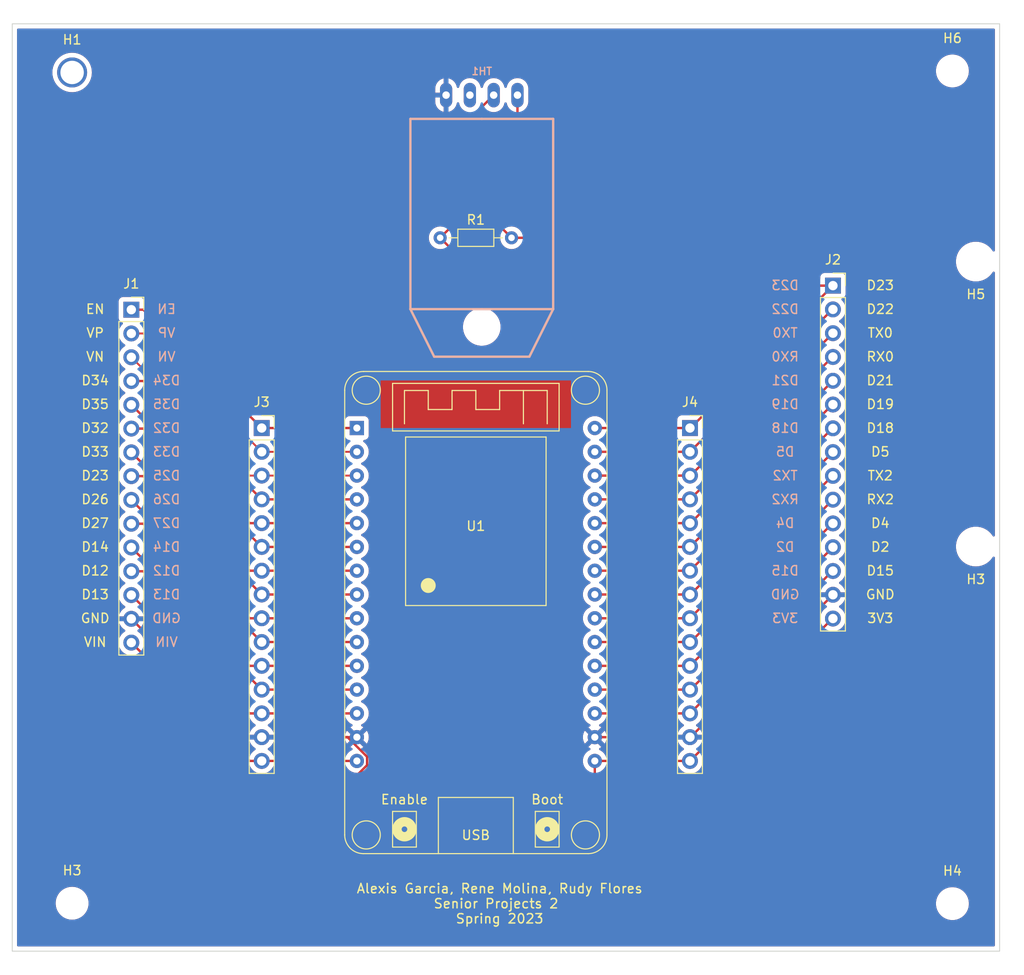
<source format=kicad_pcb>
(kicad_pcb (version 20211014) (generator pcbnew)
  (layers (0 "F.Cu" signal) (31 "B.Cu" signal) (34 "B.Paste" user) (35 "F.Paste" user) (36 "B.SilkS" user "B.Silkscreen") (37 "F.SilkS" user "F.Silkscreen") (38 "B.Mask" user) (39 "F.Mask" user) (44 "Edge.Cuts" user))
  (net 0 "")
  (net 1 "EN")
  (net 2 "VP")
  (net 3 "VN")
  (net 4 "D34")
  (net 5 "D35")
  (net 6 "D32")
  (net 7 "D33")
  (net 8 "D25")
  (net 9 "D26")
  (net 10 "D27")
  (net 11 "D14")
  (net 12 "D12")
  (net 13 "D13")
  (net 14 "GND")
  (net 15 "VIN")
  (net 16 "3V3")
  (net 17 "D15")
  (net 18 "D2")
  (net 19 "D4")
  (net 20 "RX2")
  (net 21 "TX2")
  (net 22 "D5")
  (net 23 "D18")
  (net 24 "D19")
  (net 25 "D21")
  (net 26 "RX0")
  (net 27 "TX0")
  (net 28 "D22")
  (net 29 "D23")
  (footprint "MountingHole:MountingHole_2.5mm" (layer "F.Cu") (at 149.9 96.48 180)
    (fp_text reference "H3" (at 0 -3.5) (layer "F.SilkS"))
    (fp_text value "MountingHole")
    (pad "" np_thru_hole circle (at 0 0 180) (size 3.23 3.23) (drill 3.23) (layers F&B.Cu *.Mask))
  )
  (footprint "Connector_PinSocket_2.54mm:PinSocket_1x15_P2.54mm_Vertical" (layer "F.Cu") (at 134.645 68.61)
    (fp_text reference "J2" (at 0 -2.77) (layer "F.SilkS"))
    (fp_text value "Screw_Terminal_01x15")
    (fp_line (start -1.33 1.27) (end 1.33 1.27) (layer "F.SilkS") (width 0.12))
    (fp_line (start -1.33 36.89) (end 1.33 36.89) (layer "F.SilkS") (width 0.12))
    (fp_line (start 1.33 1.27) (end 1.33 36.89) (layer "F.SilkS") (width 0.12))
    (fp_line (start -1.33 1.27) (end -1.33 36.89) (layer "F.SilkS") (width 0.12))
    (fp_line (start 0 -1.33) (end 1.33 -1.33) (layer "F.SilkS") (width 0.12))
    (fp_line (start 1.33 -1.33) (end 1.33 0) (layer "F.SilkS") (width 0.12))
    (pad "1" thru_hole rect (at 0 0) (size 1.7 1.7) (drill 1) (layers *.Cu *.Mask) (net 29 "D23"))
    (pad "2" thru_hole oval (at 0 2.54) (size 1.7 1.7) (drill 1) (layers *.Cu *.Mask) (net 28 "D22"))
    (pad "3" thru_hole oval (at 0 5.08) (size 1.7 1.7) (drill 1) (layers *.Cu *.Mask) (net 27 "TX0"))
    (pad "4" thru_hole oval (at 0 7.62) (size 1.7 1.7) (drill 1) (layers *.Cu *.Mask) (net 26 "RX0"))
    (pad "5" thru_hole oval (at 0 10.16) (size 1.7 1.7) (drill 1) (layers *.Cu *.Mask) (net 25 "D21"))
    (pad "6" thru_hole oval (at 0 12.7) (size 1.7 1.7) (drill 1) (layers *.Cu *.Mask) (net 24 "D19"))
    (pad "7" thru_hole oval (at 0 15.24) (size 1.7 1.7) (drill 1) (layers *.Cu *.Mask) (net 23 "D18"))
    (pad "8" thru_hole oval (at 0 17.78) (size 1.7 1.7) (drill 1) (layers *.Cu *.Mask) (net 22 "D5"))
    (pad "9" thru_hole oval (at 0 20.32) (size 1.7 1.7) (drill 1) (layers *.Cu *.Mask) (net 21 "TX2"))
    (pad "10" thru_hole oval (at 0 22.86) (size 1.7 1.7) (drill 1) (layers *.Cu *.Mask) (net 20 "RX2"))
    (pad "11" thru_hole oval (at 0 25.4) (size 1.7 1.7) (drill 1) (layers *.Cu *.Mask) (net 19 "D4"))
    (pad "12" thru_hole oval (at 0 27.94) (size 1.7 1.7) (drill 1) (layers *.Cu *.Mask) (net 18 "D2"))
    (pad "13" thru_hole oval (at 0 30.48) (size 1.7 1.7) (drill 1) (layers *.Cu *.Mask) (net 17 "D15"))
    (pad "14" thru_hole oval (at 0 33.02) (size 1.7 1.7) (drill 1) (layers *.Cu *.Mask) (net 14 "GND"))
    (pad "15" thru_hole oval (at 0 35.56) (size 1.7 1.7) (drill 1) (layers *.Cu *.Mask) (net 16 "3V3"))
  )
  (footprint "MountingHole:MountingHole_2.5mm" (layer "F.Cu") (at 147.4 45.68)
    (fp_text reference "H6" (at 0 -3.5) (layer "F.SilkS"))
    (fp_text value "MountingHole")
    (pad "" np_thru_hole circle (at 0 0) (size 2.5 2.5) (drill 2.5) (layers *.Cu *.Mask))
  )
  (footprint "MountingHole:MountingHole_2.5mm" (layer "F.Cu") (at 147.4 134.62)
    (fp_text reference "H4" (at 0 -3.5) (layer "F.SilkS"))
    (fp_text value "MountingHole")
    (pad "" np_thru_hole circle (at 0 0) (size 2.5 2.5) (drill 2.5) (layers *.Cu *.Mask))
  )
  (footprint "MountingHole:MountingHole_2.5mm" (layer "F.Cu") (at 53.42 134.58)
    (fp_text reference "H3" (at 0 -3.5) (layer "F.SilkS"))
    (fp_text value "MountingHole")
    (pad "" np_thru_hole circle (at 0 0) (size 2.5 2.5) (drill 2.5) (layers *.Cu *.Mask))
  )
  (footprint "Resistor_THT:R_Axial_DIN0204_L3.6mm_D1.6mm_P7.62mm_Horizontal" (layer "F.Cu") (at 92.71 63.5)
    (fp_text reference "R1" (at 3.81 -1.92) (layer "F.SilkS"))
    (fp_text value "5k")
    (fp_line (start 0.94 0) (end 1.89 0) (layer "F.SilkS") (width 0.12))
    (fp_line (start 1.89 0.92) (end 5.73 0.92) (layer "F.SilkS") (width 0.12))
    (fp_line (start 1.89 -0.92) (end 1.89 0.92) (layer "F.SilkS") (width 0.12))
    (fp_line (start 5.73 0.92) (end 5.73 -0.92) (layer "F.SilkS") (width 0.12))
    (fp_line (start 6.68 0) (end 5.73 0) (layer "F.SilkS") (width 0.12))
    (fp_line (start 5.73 -0.92) (end 1.89 -0.92) (layer "F.SilkS") (width 0.12))
    (pad "1" thru_hole circle (at 0 0) (size 1.4 1.4) (drill 0.7) (layers *.Cu *.Mask) (net 29 "D23"))
    (pad "2" thru_hole oval (at 7.62 0) (size 1.4 1.4) (drill 0.7) (layers *.Cu *.Mask) (net 16 "3V3"))
  )
  (footprint "MountingHole:MountingHole_2.5mm" (layer "F.Cu") (at 53.42 45.84)
    (fp_text reference "H1" (at 0 -3.5) (layer "F.SilkS"))
    (fp_text value "MountingHole")
    (pad "" np_thru_hole circle (at 0 0) (size 3.2 3.2) (drill 2.5) (layers F&B.Cu *.Mask))
  )
  (footprint "esp32_patreon:esp32_devkit_v1_doit" (layer "F.Cu") (at 96.52 83.82)
    (fp_text reference "U1" (at 0 10.47) (layer "F.SilkS"))
    (fp_text value "ESP32_DevKit_V1_DOIT")
    (fp_text user "Boot" (at 7.62 39.68) (layer "F.SilkS"))
    (fp_text user "Enable" (at -7.62 39.68) (layer "F.SilkS"))
    (fp_text user "USB" (at 0 43.49) (layer "F.SilkS"))
    (fp_line (start -8.89 40.95) (end -6.35 40.95) (layer "F.SilkS") (width 0.12))
    (fp_line (start -7.62 -4.008) (end -5.08 -4.008) (layer "F.SilkS") (width 0.12))
    (fp_line (start -8.89 44.76) (end -8.89 40.95) (layer "F.SilkS") (width 0.12))
    (fp_line (start 7.5 0.96) (end 7.5 18.96) (layer "F.SilkS") (width 0.12))
    (fp_line (start 7.62 -4.008) (end 7.62 -0.452) (layer "F.SilkS") (width 0.12))
    (fp_line (start -8.89 0.31) (end -8.89 -4.77) (layer "F.SilkS") (width 0.12))
    (fp_line (start -5.08 -1.976) (end -2.54 -1.976) (layer "F.SilkS") (width 0.12))
    (fp_line (start -4 39.46) (end -4 45.46) (layer "F.SilkS") (width 0.12))
    (fp_line (start 5.08 -4.008) (end 5.08 -0.452) (layer "F.SilkS") (width 0.12))
    (fp_line (start 0 -4.008) (end 0 -1.976) (layer "F.SilkS") (width 0.12))
    (fp_line (start -12 -6.04) (end 12 -6.04) (layer "F.SilkS") (width 0.12))
    (fp_line (start 6.35 44.76) (end 6.35 40.95) (layer "F.SilkS") (width 0.12))
    (fp_line (start -7.62 -0.452) (end -7.62 -4.008) (layer "F.SilkS") (width 0.12))
    (fp_line (start -12 45.46) (end 12 45.46) (layer "F.SilkS") (width 0.12))
    (fp_line (start -14 -4.04) (end -14 43.46) (layer "F.SilkS") (width 0.12))
    (fp_line (start 6.35 40.95) (end 8.89 40.95) (layer "F.SilkS") (width 0.12))
    (fp_line (start 14 43.46) (end 14 -4.04) (layer "F.SilkS") (width 0.12))
    (fp_line (start -2.54 -4.008) (end 0 -4.008) (layer "F.SilkS") (width 0.12))
    (fp_line (start 2.54 -4.008) (end 7.62 -4.008) (layer "F.SilkS") (width 0.12))
    (fp_line (start -5.08 -4.008) (end -5.08 -1.976) (layer "F.SilkS") (width 0.12))
    (fp_line (start -8.89 -4.77) (end 8.89 -4.77) (layer "F.SilkS") (width 0.12))
    (fp_line (start 0 -1.976) (end 2.54 -1.976) (layer "F.SilkS") (width 0.12))
    (fp_line (start 8.89 0.31) (end -8.89 0.31) (layer "F.SilkS") (width 0.12))
    (fp_line (start -6.35 44.76) (end -8.89 44.76) (layer "F.SilkS") (width 0.12))
    (fp_line (start -7.5 18.96) (end -7.5 0.96) (layer "F.SilkS") (width 0.12))
    (fp_line (start -6.35 40.95) (end -6.35 44.76) (layer "F.SilkS") (width 0.12))
    (fp_line (start 4 39.46) (end 4 45.46) (layer "F.SilkS") (width 0.12))
    (fp_line (start 7.5 18.96) (end -7.5 18.96) (layer "F.SilkS") (width 0.12))
    (fp_line (start -4 39.46) (end 4 39.46) (layer "F.SilkS") (width 0.12))
    (fp_line (start -7.5 0.96) (end 7.5 0.96) (layer "F.SilkS") (width 0.12))
    (fp_line (start 8.89 -4.77) (end 8.89 0.31) (layer "F.SilkS") (width 0.12))
    (fp_line (start 2.54 -1.976) (end 2.54 -4.008) (layer "F.SilkS") (width 0.12))
    (fp_line (start 8.89 40.95) (end 8.89 44.76) (layer "F.SilkS") (width 0.12))
    (fp_line (start 8.89 44.76) (end 6.35 44.76) (layer "F.SilkS") (width 0.12))
    (fp_line (start -2.54 -1.976) (end -2.54 -4.008) (layer "F.SilkS") (width 0.12))
    (fp_arc (start -14 -4.04) (mid -13.414214 -5.454214) (end -12 -6.04) (layer "F.SilkS") (width 0.12))
    (fp_arc (start 12 -6.04) (mid 13.414214 -5.454214) (end 14 -4.04) (layer "F.SilkS") (width 0.12))
    (fp_arc (start -12 45.46) (mid -13.414214 44.874214) (end -14 43.46) (layer "F.SilkS") (width 0.12))
    (fp_arc (start 14 43.46) (mid 13.414214 44.874214) (end 12 45.46) (layer "F.SilkS") (width 0.12))
    (fp_circle (center 11.7 43.46) (end 13.2 43.46) (layer "F.SilkS") (width 0.12) (fill none))
    (fp_circle (center -7.62 42.855) (end -7.32 42.855) (layer "F.SilkS") (width 1) (fill none))
    (fp_circle (center 7.62 42.855) (end 7.92 42.855) (layer "F.SilkS") (width 1) (fill none))
    (fp_circle (center -5.08 16.82) (end -4.68 16.82) (layer "F.SilkS") (width 0.8) (fill none))
    (fp_circle (center -11.7 -4.04) (end -10.2 -4.04) (layer "F.SilkS") (width 0.12) (fill none))
    (fp_circle (center -11.7 43.46) (end -10.2 43.46) (layer "F.SilkS") (width 0.12) (fill none))
    (fp_circle (center 11.7 -4.04) (end 13.2 -4.04) (layer "F.SilkS") (width 0.12) (fill none))
    (pad "1" thru_hole rect locked (at -12.7 0) (size 1.524 1.524) (drill 0.762) (layers *.Cu *.Mask) (net 1 "EN"))
    (pad "2" thru_hole circle locked (at -12.7 2.54) (size 1.524 1.524) (drill 0.762) (layers *.Cu *.Mask) (net 2 "VP"))
    (pad "3" thru_hole circle locked (at -12.7 5.08) (size 1.524 1.524) (drill 0.762) (layers *.Cu *.Mask) (net 3 "VN"))
    (pad "4" thru_hole circle locked (at -12.7 7.62) (size 1.524 1.524) (drill 0.762) (layers *.Cu *.Mask) (net 4 "D34"))
    (pad "5" thru_hole circle locked (at -12.7 10.16) (size 1.524 1.524) (drill 0.762) (layers *.Cu *.Mask) (net 5 "D35"))
    (pad "6" thru_hole circle locked (at -12.7 12.7) (size 1.524 1.524) (drill 0.762) (layers *.Cu *.Mask) (net 6 "D32"))
    (pad "7" thru_hole circle locked (at -12.7 15.24) (size 1.524 1.524) (drill 0.762) (layers *.Cu *.Mask) (net 7 "D33"))
    (pad "8" thru_hole circle locked (at -12.7 17.78) (size 1.524 1.524) (drill 0.762) (layers *.Cu *.Mask) (net 8 "D25"))
    (pad "9" thru_hole circle locked (at -12.7 20.32) (size 1.524 1.524) (drill 0.762) (layers *.Cu *.Mask) (net 9 "D26"))
    (pad "10" thru_hole circle locked (at -12.7 22.86) (size 1.524 1.524) (drill 0.762) (layers *.Cu *.Mask) (net 10 "D27"))
    (pad "11" thru_hole circle locked (at -12.7 25.4) (size 1.524 1.524) (drill 0.762) (layers *.Cu *.Mask) (net 11 "D14"))
    (pad "12" thru_hole circle locked (at -12.7 27.94) (size 1.524 1.524) (drill 0.762) (layers *.Cu *.Mask) (net 12 "D12"))
    (pad "13" thru_hole circle locked (at -12.7 30.48) (size 1.524 1.524) (drill 0.762) (layers *.Cu *.Mask) (net 13 "D13"))
    (pad "14" thru_hole circle locked (at -12.7 33.02) (size 1.524 1.524) (drill 0.762) (layers *.Cu *.Mask) (net 14 "GND"))
    (pad "15" thru_hole circle locked (at -12.7 35.56) (size 1.524 1.524) (drill 0.762) (layers *.Cu *.Mask) (net 15 "VIN"))
    (pad "16" thru_hole circle locked (at 12.7 35.56) (size 1.524 1.524) (drill 0.762) (layers *.Cu *.Mask) (net 16 "3V3"))
    (pad "17" thru_hole circle locked (at 12.7 33.02) (size 1.524 1.524) (drill 0.762) (layers *.Cu *.Mask) (net 14 "GND"))
    (pad "18" thru_hole circle locked (at 12.7 30.48) (size 1.524 1.524) (drill 0.762) (layers *.Cu *.Mask) (net 17 "D15"))
    (pad "19" thru_hole circle locked (at 12.7 27.94) (size 1.524 1.524) (drill 0.762) (layers *.Cu *.Mask) (net 18 "D2"))
    (pad "20" thru_hole circle locked (at 12.7 25.4) (size 1.524 1.524) (drill 0.762) (layers *.Cu *.Mask) (net 19 "D4"))
    (pad "21" thru_hole circle locked (at 12.7 22.86) (size 1.524 1.524) (drill 0.762) (layers *.Cu *.Mask) (net 20 "RX2"))
    (pad "22" thru_hole circle locked (at 12.7 20.32) (size 1.524 1.524) (drill 0.762) (layers *.Cu *.Mask) (net 21 "TX2"))
    (pad "23" thru_hole circle locked (at 12.7 17.78) (size 1.524 1.524) (drill 0.762) (layers *.Cu *.Mask) (net 22 "D5"))
    (pad "24" thru_hole circle locked (at 12.7 15.24) (size 1.524 1.524) (drill 0.762) (layers *.Cu *.Mask) (net 23 "D18"))
    (pad "25" thru_hole circle locked (at 12.7 12.7) (size 1.524 1.524) (drill 0.762) (layers *.Cu *.Mask) (net 24 "D19"))
    (pad "26" thru_hole circle locked (at 12.7 10.16) (size 1.524 1.524) (drill 0.762) (layers *.Cu *.Mask) (net 25 "D21"))
    (pad "27" thru_hole circle locked (at 12.7 7.62) (size 1.524 1.524) (drill 0.762) (layers *.Cu *.Mask) (net 26 "RX0"))
    (pad "28" thru_hole circle locked (at 12.7 5.08) (size 1.524 1.524) (drill 0.762) (layers *.Cu *.Mask) (net 27 "TX0"))
    (pad "29" thru_hole circle locked (at 12.7 2.54) (size 1.524 1.524) (drill 0.762) (layers *.Cu *.Mask) (net 28 "D22"))
    (pad "30" thru_hole circle locked (at 12.7 0) (size 1.524 1.524) (drill 0.762) (layers *.Cu *.Mask) (net 29 "D23"))
  )
  (footprint "MountingHole:MountingHole_2.5mm" (layer "F.Cu") (at 149.9 66.04 180)
    (fp_text reference "H5" (at 0 -3.5) (layer "F.SilkS"))
    (fp_text value "MountingHole")
    (pad "" np_thru_hole circle (at 0 0 180) (size 3.23 3.23) (drill 3.23) (layers F&B.Cu *.Mask))
  )
  (footprint "Connector_PinSocket_2.54mm:PinSocket_1x15_P2.54mm_Vertical" (layer "F.Cu") (at 73.66 83.82)
    (fp_text reference "J3" (at 0 -2.77) (layer "F.SilkS"))
    (fp_text value "Conn_01x15_Female")
    (fp_line (start 1.33 1.27) (end 1.33 36.89) (layer "F.SilkS") (width 0.12))
    (fp_line (start -1.33 1.27) (end -1.33 36.89) (layer "F.SilkS") (width 0.12))
    (fp_line (start 0 -1.33) (end 1.33 -1.33) (layer "F.SilkS") (width 0.12))
    (fp_line (start -1.33 36.89) (end 1.33 36.89) (layer "F.SilkS") (width 0.12))
    (fp_line (start -1.33 1.27) (end 1.33 1.27) (layer "F.SilkS") (width 0.12))
    (fp_line (start 1.33 -1.33) (end 1.33 0) (layer "F.SilkS") (width 0.12))
    (pad "1" thru_hole rect (at 0 0) (size 1.7 1.7) (drill 1) (layers *.Cu *.Mask) (net 1 "EN"))
    (pad "2" thru_hole oval (at 0 2.54) (size 1.7 1.7) (drill 1) (layers *.Cu *.Mask) (net 2 "VP"))
    (pad "3" thru_hole oval (at 0 5.08) (size 1.7 1.7) (drill 1) (layers *.Cu *.Mask) (net 3 "VN"))
    (pad "4" thru_hole oval (at 0 7.62) (size 1.7 1.7) (drill 1) (layers *.Cu *.Mask) (net 4 "D34"))
    (pad "5" thru_hole oval (at 0 10.16) (size 1.7 1.7) (drill 1) (layers *.Cu *.Mask) (net 5 "D35"))
    (pad "6" thru_hole oval (at 0 12.7) (size 1.7 1.7) (drill 1) (layers *.Cu *.Mask) (net 6 "D32"))
    (pad "7" thru_hole oval (at 0 15.24) (size 1.7 1.7) (drill 1) (layers *.Cu *.Mask) (net 7 "D33"))
    (pad "8" thru_hole oval (at 0 17.78) (size 1.7 1.7) (drill 1) (layers *.Cu *.Mask) (net 8 "D25"))
    (pad "9" thru_hole oval (at 0 20.32) (size 1.7 1.7) (drill 1) (layers *.Cu *.Mask) (net 9 "D26"))
    (pad "10" thru_hole oval (at 0 22.86) (size 1.7 1.7) (drill 1) (layers *.Cu *.Mask) (net 10 "D27"))
    (pad "11" thru_hole oval (at 0 25.4) (size 1.7 1.7) (drill 1) (layers *.Cu *.Mask) (net 11 "D14"))
    (pad "12" thru_hole oval (at 0 27.94) (size 1.7 1.7) (drill 1) (layers *.Cu *.Mask) (net 12 "D12"))
    (pad "13" thru_hole oval (at 0 30.48) (size 1.7 1.7) (drill 1) (layers *.Cu *.Mask) (net 13 "D13"))
    (pad "14" thru_hole oval (at 0 33.02) (size 1.7 1.7) (drill 1) (layers *.Cu *.Mask) (net 14 "GND"))
    (pad "15" thru_hole oval (at 0 35.56) (size 1.7 1.7) (drill 1) (layers *.Cu *.Mask) (net 15 "VIN"))
  )
  (footprint "Connector_PinSocket_2.54mm:PinSocket_1x15_P2.54mm_Vertical" (layer "F.Cu") (at 119.38 83.82)
    (fp_text reference "J4" (at 0 -2.77) (layer "F.SilkS"))
    (fp_text value "Conn_01x15_Female")
    (fp_line (start -1.33 1.27) (end -1.33 36.89) (layer "F.SilkS") (width 0.12))
    (fp_line (start -1.33 36.89) (end 1.33 36.89) (layer "F.SilkS") (width 0.12))
    (fp_line (start 1.33 1.27) (end 1.33 36.89) (layer "F.SilkS") (width 0.12))
    (fp_line (start 0 -1.33) (end 1.33 -1.33) (layer "F.SilkS") (width 0.12))
    (fp_line (start -1.33 1.27) (end 1.33 1.27) (layer "F.SilkS") (width 0.12))
    (fp_line (start 1.33 -1.33) (end 1.33 0) (layer "F.SilkS") (width 0.12))
    (pad "1" thru_hole rect (at 0 0) (size 1.7 1.7) (drill 1) (layers *.Cu *.Mask) (net 29 "D23"))
    (pad "2" thru_hole oval (at 0 2.54) (size 1.7 1.7) (drill 1) (layers *.Cu *.Mask) (net 28 "D22"))
    (pad "3" thru_hole oval (at 0 5.08) (size 1.7 1.7) (drill 1) (layers *.Cu *.Mask) (net 27 "TX0"))
    (pad "4" thru_hole oval (at 0 7.62) (size 1.7 1.7) (drill 1) (layers *.Cu *.Mask) (net 26 "RX0"))
    (pad "5" thru_hole oval (at 0 10.16) (size 1.7 1.7) (drill 1) (layers *.Cu *.Mask) (net 25 "D21"))
    (pad "6" thru_hole oval (at 0 12.7) (size 1.7 1.7) (drill 1) (layers *.Cu *.Mask) (net 24 "D19"))
    (pad "7" thru_hole oval (at 0 15.24) (size 1.7 1.7) (drill 1) (layers *.Cu *.Mask) (net 23 "D18"))
    (pad "8" thru_hole oval (at 0 17.78) (size 1.7 1.7) (drill 1) (layers *.Cu *.Mask) (net 22 "D5"))
    (pad "9" thru_hole oval (at 0 20.32) (size 1.7 1.7) (drill 1) (layers *.Cu *.Mask) (net 21 "TX2"))
    (pad "10" thru_hole oval (at 0 22.86) (size 1.7 1.7) (drill 1) (layers *.Cu *.Mask) (net 20 "RX2"))
    (pad "11" thru_hole oval (at 0 25.4) (size 1.7 1.7) (drill 1) (layers *.Cu *.Mask) (net 19 "D4"))
    (pad "12" thru_hole oval (at 0 27.94) (size 1.7 1.7) (drill 1) (layers *.Cu *.Mask) (net 18 "D2"))
    (pad "13" thru_hole oval (at 0 30.48) (size 1.7 1.7) (drill 1) (layers *.Cu *.Mask) (net 17 "D15"))
    (pad "14" thru_hole oval (at 0 33.02) (size 1.7 1.7) (drill 1) (layers *.Cu *.Mask) (net 14 "GND"))
    (pad "15" thru_hole oval (at 0 35.56) (size 1.7 1.7) (drill 1) (layers *.Cu *.Mask) (net 16 "3V3"))
  )
  (footprint "Connector_PinSocket_2.54mm:PinSocket_1x15_P2.54mm_Vertical" (layer "F.Cu") (at 59.74 71.18)
    (fp_text reference "J1" (at 0 -2.77) (layer "F.SilkS"))
    (fp_text value "Screw_Terminal_01x15")
    (fp_line (start -1.33 1.27) (end 1.33 1.27) (layer "F.SilkS") (width 0.12))
    (fp_line (start 1.33 -1.33) (end 1.33 0) (layer "F.SilkS") (width 0.12))
    (fp_line (start -1.33 36.89) (end 1.33 36.89) (layer "F.SilkS") (width 0.12))
    (fp_line (start -1.33 1.27) (end -1.33 36.89) (layer "F.SilkS") (width 0.12))
    (fp_line (start 0 -1.33) (end 1.33 -1.33) (layer "F.SilkS") (width 0.12))
    (fp_line (start 1.33 1.27) (end 1.33 36.89) (layer "F.SilkS") (width 0.12))
    (pad "1" thru_hole rect (at 0 0) (size 1.7 1.7) (drill 1) (layers *.Cu *.Mask) (net 1 "EN"))
    (pad "2" thru_hole oval (at 0 2.54) (size 1.7 1.7) (drill 1) (layers *.Cu *.Mask) (net 2 "VP"))
    (pad "3" thru_hole oval (at 0 5.08) (size 1.7 1.7) (drill 1) (layers *.Cu *.Mask) (net 3 "VN"))
    (pad "4" thru_hole oval (at 0 7.62) (size 1.7 1.7) (drill 1) (layers *.Cu *.Mask) (net 4 "D34"))
    (pad "5" thru_hole oval (at 0 10.16) (size 1.7 1.7) (drill 1) (layers *.Cu *.Mask) (net 5 "D35"))
    (pad "6" thru_hole oval (at 0 12.7) (size 1.7 1.7) (drill 1) (layers *.Cu *.Mask) (net 6 "D32"))
    (pad "7" thru_hole oval (at 0 15.24) (size 1.7 1.7) (drill 1) (layers *.Cu *.Mask) (net 7 "D33"))
    (pad "8" thru_hole oval (at 0 17.78) (size 1.7 1.7) (drill 1) (layers *.Cu *.Mask) (net 8 "D25"))
    (pad "9" thru_hole oval (at 0 20.32) (size 1.7 1.7) (drill 1) (layers *.Cu *.Mask) (net 9 "D26"))
    (pad "10" thru_hole oval (at 0 22.86) (size 1.7 1.7) (drill 1) (layers *.Cu *.Mask) (net 10 "D27"))
    (pad "11" thru_hole oval (at 0 25.4) (size 1.7 1.7) (drill 1) (layers *.Cu *.Mask) (net 11 "D14"))
    (pad "12" thru_hole oval (at 0 27.94) (size 1.7 1.7) (drill 1) (layers *.Cu *.Mask) (net 12 "D12"))
    (pad "13" thru_hole oval (at 0 30.48) (size 1.7 1.7) (drill 1) (layers *.Cu *.Mask) (net 13 "D13"))
    (pad "14" thru_hole oval (at 0 33.02) (size 1.7 1.7) (drill 1) (layers *.Cu *.Mask) (net 14 "GND"))
    (pad "15" thru_hole oval (at 0 35.56) (size 1.7 1.7) (drill 1) (layers *.Cu *.Mask) (net 15 "VIN"))
  )
  (footprint "Senior_Sensors:DHT22" (layer "B.Cu") (at 97.155 48.26)
    (fp_text reference "TH1" (at 0 -2.54) (layer "B.SilkS") (effects (font (size 0.787402 0.787402)) (justify mirror)))
    (fp_text value "DHT22_Temperature_Humidity")
    (fp_line (start 0 2.54) (end -7.62 2.54) (layer "B.SilkS") (width 0.254))
    (fp_line (start 7.62 2.54) (end 0 2.54) (layer "B.SilkS") (width 0.254))
    (fp_line (start 7.62 2.54) (end 7.62 22.86) (layer "B.SilkS") (width 0.254))
    (fp_line (start -7.62 2.54) (end -7.62 22.86) (layer "B.SilkS") (width 0.254))
    (fp_line (start -7.62 22.86) (end -5.08 27.94) (layer "B.SilkS") (width 0.254))
    (fp_line (start 5.08 27.94) (end 7.62 22.86) (layer "B.SilkS") (width 0.254))
    (fp_line (start -7.62 22.86) (end 7.62 22.86) (layer "B.SilkS") (width 0.254))
    (fp_line (start -5.08 27.94) (end 5.08 27.94) (layer "B.SilkS") (width 0.254))
    (pad "" np_thru_hole circle (at 0 24.765) (size 3 3) (drill 3) (layers *.Cu *.Mask))
    (pad "1" thru_hole oval (at 3.81 0) (size 1.308 2.616) (drill 0.8) (layers *.Cu *.Mask) (net 16 "3V3"))
    (pad "2" thru_hole oval (at 1.27 0) (size 1.308 2.616) (drill 0.8) (layers *.Cu *.Mask) (net 29 "D23"))
    (pad "3" thru_hole oval (at -1.27 0) (size 1.308 2.616) (drill 0.8) (layers *.Cu *.Mask))
    (pad "4" thru_hole oval (at -3.81 0) (size 1.308 2.616) (drill 0.8) (layers *.Cu *.Mask) (net 14 "GND"))
  )
  (gr_rect (start 152.44 40.64) (end 47.03 139.7) (layer "Edge.Cuts") (width 0.1) (fill none))
  (gr_text "D26" (at 63.5 91.44) (layer "B.SilkS") (effects (font (size 1 1)) (justify mirror)))
  (gr_text "D18" (at 129.54 83.82) (layer "B.SilkS") (effects (font (size 1 1)) (justify mirror)))
  (gr_text "D19" (at 129.54 81.28) (layer "B.SilkS") (effects (font (size 1 1)) (justify mirror)))
  (gr_text "EN" (at 63.5 71.12) (layer "B.SilkS") (effects (font (size 1 1)) (justify mirror)))
  (gr_text "D13" (at 63.5 101.6) (layer "B.SilkS") (effects (font (size 1 1)) (justify mirror)))
  (gr_text "GND" (at 63.5 104.14) (layer "B.SilkS") (effects (font (size 1 1)) (justify mirror)))
  (gr_text "D14" (at 63.5 96.52) (layer "B.SilkS") (effects (font (size 1 1)) (justify mirror)))
  (gr_text "D21" (at 129.54 78.74) (layer "B.SilkS") (effects (font (size 1 1)) (justify mirror)))
  (gr_text "D2" (at 129.54 96.52) (layer "B.SilkS") (effects (font (size 1 1)) (justify mirror)))
  (gr_text "D33" (at 63.5 86.36) (layer "B.SilkS") (effects (font (size 1 1)) (justify mirror)))
  (gr_text "D5" (at 129.54 86.36) (layer "B.SilkS") (effects (font (size 1 1)) (justify mirror)))
  (gr_text "D27" (at 63.5 93.98) (layer "B.SilkS") (effects (font (size 1 1)) (justify mirror)))
  (gr_text "D22" (at 129.54 71.12) (layer "B.SilkS") (effects (font (size 1 1)) (justify mirror)))
  (gr_text "D15" (at 129.54 99.06) (layer "B.SilkS") (effects (font (size 1 1)) (justify mirror)))
  (gr_text "D35" (at 63.5 81.28) (layer "B.SilkS") (effects (font (size 1 1)) (justify mirror)))
  (gr_text "D32" (at 63.5 83.82) (layer "B.SilkS") (effects (font (size 1 1)) (justify mirror)))
  (gr_text "3V3" (at 129.54 104.14) (layer "B.SilkS") (effects (font (size 1 1)) (justify mirror)))
  (gr_text "D34" (at 63.5 78.74) (layer "B.SilkS") (effects (font (size 1 1)) (justify mirror)))
  (gr_text "RX0" (at 129.54 76.2) (layer "B.SilkS") (effects (font (size 1 1)) (justify mirror)))
  (gr_text "VIN" (at 63.5 106.68) (layer "B.SilkS") (effects (font (size 1 1)) (justify mirror)))
  (gr_text "VP" (at 63.5 73.66) (layer "B.SilkS") (effects (font (size 1 1)) (justify mirror)))
  (gr_text "RX2" (at 129.54 91.44) (layer "B.SilkS") (effects (font (size 1 1)) (justify mirror)))
  (gr_text "TX2" (at 129.54 88.9) (layer "B.SilkS") (effects (font (size 1 1)) (justify mirror)))
  (gr_text "D12" (at 63.5 99.06) (layer "B.SilkS") (effects (font (size 1 1)) (justify mirror)))
  (gr_text "TX0\n" (at 129.54 73.66) (layer "B.SilkS") (effects (font (size 1 1)) (justify mirror)))
  (gr_text "D23" (at 129.54 68.58) (layer "B.SilkS") (effects (font (size 1 1)) (justify mirror)))
  (gr_text "VN" (at 63.5 76.2) (layer "B.SilkS") (effects (font (size 1 1)) (justify mirror)))
  (gr_text "GND" (at 129.54 101.6) (layer "B.SilkS") (effects (font (size 1 1)) (justify mirror)))
  (gr_text "D4" (at 129.54 93.98) (layer "B.SilkS") (effects (font (size 1 1)) (justify mirror)))
  (gr_text "D25" (at 63.5 88.9) (layer "B.SilkS") (effects (font (size 1 1)) (justify mirror)))
  (gr_text "GND" (at 55.88 104.14) (layer "F.SilkS") (effects (font (size 1 1))))
  (gr_text "VP" (at 55.88 73.66) (layer "F.SilkS") (effects (font (size 1 1))))
  (gr_text "D23" (at 139.7 68.58) (layer "F.SilkS") (effects (font (size 1 1))))
  (gr_text "D19" (at 139.7 81.28) (layer "F.SilkS") (effects (font (size 1 1))))
  (gr_text "VN" (at 55.88 76.2) (layer "F.SilkS") (effects (font (size 1 1))))
  (gr_text "EN" (at 55.88 71.12) (layer "F.SilkS") (effects (font (size 1 1))))
  (gr_text "D27" (at 55.88 93.98) (layer "F.SilkS") (effects (font (size 1 1))))
  (gr_text "D22" (at 139.7 71.12) (layer "F.SilkS") (effects (font (size 1 1))))
  (gr_text "D15" (at 139.7 99.06) (layer "F.SilkS") (effects (font (size 1 1))))
  (gr_text "GND" (at 139.7 101.6) (layer "F.SilkS") (effects (font (size 1 1))))
  (gr_text "3V3" (at 139.7 104.14) (layer "F.SilkS") (effects (font (size 1 1))))
  (gr_text "D33" (at 55.88 86.36) (layer "F.SilkS") (effects (font (size 1 1))))
  (gr_text "D4" (at 139.7 93.98) (layer "F.SilkS") (effects (font (size 1 1))))
  (gr_text "D5" (at 139.7 86.36) (layer "F.SilkS") (effects (font (size 1 1))))
  (gr_text "Alexis Garcia, Rene Molina, Rudy Flores\nSenior Projects 2 \nSpring 2023" (at 99.06 134.62) (layer "F.SilkS") (effects (font (size 1 1))))
  (gr_text "D26" (at 55.88 91.44) (layer "F.SilkS") (effects (font (size 1 1))))
  (gr_text "D21" (at 139.7 78.74) (layer "F.SilkS") (effects (font (size 1 1))))
  (gr_text "VIN" (at 55.88 106.68) (layer "F.SilkS") (effects (font (size 1 1))))
  (gr_text "D13" (at 55.88 101.6) (layer "F.SilkS") (effects (font (size 1 1))))
  (gr_text "RX2" (at 139.7 91.44) (layer "F.SilkS") (effects (font (size 1 1))))
  (gr_text "D14" (at 55.88 96.52) (layer "F.SilkS") (effects (font (size 1 1))))
  (gr_text "D23" (at 55.88 88.9) (layer "F.SilkS") (effects (font (size 1 1))))
  (gr_text "D34" (at 55.88 78.74) (layer "F.SilkS") (effects (font (size 1 1))))
  (gr_text "D12" (at 55.88 99.06) (layer "F.SilkS") (effects (font (size 1 1))))
  (gr_text "RX0" (at 139.7 76.2) (layer "F.SilkS") (effects (font (size 1 1))))
  (gr_text "TX2" (at 139.7 88.9) (layer "F.SilkS") (effects (font (size 1 1))))
  (gr_text "D18" (at 139.7 83.82) (layer "F.SilkS") (effects (font (size 1 1))))
  (gr_text "D2" (at 139.7 96.52) (layer "F.SilkS") (effects (font (size 1 1))))
  (gr_text "D35" (at 55.88 81.28) (layer "F.SilkS") (effects (font (size 1 1))))
  (gr_text "D32" (at 55.88 83.82) (layer "F.SilkS") (effects (font (size 1 1))))
  (gr_text "TX0" (at 139.7 73.66) (layer "F.SilkS") (effects (font (size 1 1))))
  (segment (start 83.82 83.82) (end 73.66 83.82) (width 0.25) (layer "F.Cu") (net 1))
  (segment (start 59.74 71.18) (end 61.02 71.18) (width 0.25) (layer "F.Cu") (net 1))
  (segment (start 61.02 71.18) (end 73.66 83.82) (width 0.25) (layer "F.Cu") (net 1))
  (segment (start 73.66 86.36) (end 83.82 86.36) (width 0.2) (layer "F.Cu") (net 2))
  (segment (start 73.66 86.36) (end 61.02 73.72) (width 0.2) (layer "F.Cu") (net 2))
  (segment (start 61.02 73.72) (end 59.74 73.72) (width 0.2) (layer "F.Cu") (net 2))
  (segment (start 72.38 88.9) (end 73.66 88.9) (width 0.2) (layer "F.Cu") (net 3))
  (segment (start 83.82 88.9) (end 73.66 88.9) (width 0.2) (layer "F.Cu") (net 3))
  (segment (start 59.74 76.26) (end 72.38 88.9) (width 0.2) (layer "F.Cu") (net 3))
  (segment (start 73.66 91.44) (end 83.82 91.44) (width 0.25) (layer "F.Cu") (net 4))
  (segment (start 73.66 91.44) (end 61.02 78.8) (width 0.25) (layer "F.Cu") (net 4))
  (segment (start 61.02 78.8) (end 59.74 78.8) (width 0.25) (layer "F.Cu") (net 4))
  (segment (start 59.74 81.34) (end 72.38 93.98) (width 0.25) (layer "F.Cu") (net 5))
  (segment (start 72.38 93.98) (end 73.66 93.98) (width 0.25) (layer "F.Cu") (net 5))
  (segment (start 83.82 93.98) (end 73.66 93.98) (width 0.25) (layer "F.Cu") (net 5))
  (segment (start 73.66 96.52) (end 61.02 83.88) (width 0.25) (layer "F.Cu") (net 6))
  (segment (start 61.02 83.88) (end 59.74 83.88) (width 0.25) (layer "F.Cu") (net 6))
  (segment (start 73.66 96.52) (end 83.82 96.52) (width 0.25) (layer "F.Cu") (net 6))
  (segment (start 59.74 86.42) (end 72.38 99.06) (width 0.25) (layer "F.Cu") (net 7))
  (segment (start 72.38 99.06) (end 73.66 99.06) (width 0.25) (layer "F.Cu") (net 7))
  (segment (start 83.82 99.06) (end 73.66 99.06) (width 0.25) (layer "F.Cu") (net 7))
  (segment (start 73.66 101.6) (end 83.82 101.6) (width 0.25) (layer "F.Cu") (net 8))
  (segment (start 73.66 101.6) (end 61.02 88.96) (width 0.25) (layer "F.Cu") (net 8))
  (segment (start 61.02 88.96) (end 59.74 88.96) (width 0.25) (layer "F.Cu") (net 8))
  (segment (start 83.82 104.14) (end 73.66 104.14) (width 0.25) (layer "F.Cu") (net 9))
  (segment (start 72.38 104.14) (end 73.66 104.14) (width 0.25) (layer "F.Cu") (net 9))
  (segment (start 59.74 91.5) (end 72.38 104.14) (width 0.25) (layer "F.Cu") (net 9))
  (segment (start 61.02 94.04) (end 59.74 94.04) (width 0.25) (layer "F.Cu") (net 10))
  (segment (start 73.66 106.68) (end 61.02 94.04) (width 0.25) (layer "F.Cu") (net 10))
  (segment (start 73.66 106.68) (end 83.82 106.68) (width 0.25) (layer "F.Cu") (net 10))
  (segment (start 59.74 96.58) (end 72.38 109.22) (width 0.25) (layer "F.Cu") (net 11))
  (segment (start 83.82 109.22) (end 73.66 109.22) (width 0.25) (layer "F.Cu") (net 11))
  (segment (start 72.38 109.22) (end 73.66 109.22) (width 0.25) (layer "F.Cu") (net 11))
  (segment (start 73.66 111.76) (end 83.82 111.76) (width 0.25) (layer "F.Cu") (net 12))
  (segment (start 59.74 99.12) (end 61.02 99.12) (width 0.25) (layer "F.Cu") (net 12))
  (segment (start 61.02 99.12) (end 73.66 111.76) (width 0.25) (layer "F.Cu") (net 12))
  (segment (start 59.74 101.66) (end 72.38 114.3) (width 0.25) (layer "F.Cu") (net 13))
  (segment (start 73.66 114.3) (end 83.82 114.3) (width 0.25) (layer "F.Cu") (net 13))
  (segment (start 72.38 114.3) (end 73.66 114.3) (width 0.25) (layer "F.Cu") (net 13))
  (segment (start 90.54 53.71) (end 52.97 53.71) (width 0.25) (layer "F.Cu") (net 14))
  (segment (start 82.817251 116.84) (end 78.74 116.84) (width 0.25) (layer "F.Cu") (net 14))
  (segment (start 59.74 104.2) (end 72.38 116.84) (width 0.25) (layer "F.Cu") (net 14))
  (segment (start 53.34 127) (end 77.737251 127) (width 0.25) (layer "F.Cu") (net 14))
  (segment (start 52.97 53.71) (end 50.8 55.88) (width 0.25) (layer "F.Cu") (net 14))
  (segment (start 119.435 116.84) (end 119.38 116.84) (width 0.25) (layer "F.Cu") (net 14))
  (segment (start 83.82 116.84) (end 73.66 116.84) (width 0.25) (layer "F.Cu") (net 14))
  (segment (start 77.737251 127) (end 84.907 119.830251) (width 0.25) (layer "F.Cu") (net 14))
  (segment (start 134.645 101.63) (end 119.435 116.84) (width 0.25) (layer "F.Cu") (net 14))
  (segment (start 84.907 119.830251) (end 84.907 118.929749) (width 0.25) (layer "F.Cu") (net 14))
  (segment (start 84.907 118.929749) (end 82.817251 116.84) (width 0.25) (layer "F.Cu") (net 14))
  (segment (start 93.345 50.905) (end 90.54 53.71) (width 0.25) (layer "F.Cu") (net 14))
  (segment (start 93.345 48.26) (end 93.345 50.905) (width 0.25) (layer "F.Cu") (net 14))
  (segment (start 109.22 116.84) (end 119.38 116.84) (width 0.25) (layer "F.Cu") (net 14))
  (segment (start 72.38 116.84) (end 73.66 116.84) (width 0.25) (layer "F.Cu") (net 14))
  (segment (start 50.8 124.46) (end 53.34 127) (width 0.25) (layer "F.Cu") (net 14))
  (segment (start 50.8 55.88) (end 50.8 124.46) (width 0.25) (layer "F.Cu") (net 14))
  (segment (start 59.74 106.74) (end 72.38 119.38) (width 0.25) (layer "F.Cu") (net 15))
  (segment (start 72.38 119.38) (end 73.66 119.38) (width 0.25) (layer "F.Cu") (net 15))
  (segment (start 73.66 119.38) (end 83.82 119.38) (width 0.25) (layer "F.Cu") (net 15))
  (segment (start 109.22 121.92) (end 109.22 119.38) (width 0.25) (layer "F.Cu") (net 16))
  (segment (start 98.16 53.71) (end 98.16 61.33) (width 0.25) (layer "F.Cu") (net 16))
  (segment (start 100.965 50.905) (end 100.965 48.26) (width 0.25) (layer "F.Cu") (net 16))
  (segment (start 100.33 63.5) (end 142.24 63.5) (width 0.25) (layer "F.Cu") (net 16))
  (segment (start 119.38 119.38) (end 109.22 119.38) (width 0.25) (layer "F.Cu") (net 16))
  (segment (start 134.59 104.17) (end 134.645 104.17) (width 0.25) (layer "F.Cu") (net 16))
  (segment (start 142.24 63.5) (end 142.24 124.46) (width 0.25) (layer "F.Cu") (net 16))
  (segment (start 119.38 119.38) (end 134.59 104.17) (width 0.25) (layer "F.Cu") (net 16))
  (segment (start 98.16 53.71) (end 100.965 50.905) (width 0.25) (layer "F.Cu") (net 16))
  (segment (start 114.3 127) (end 109.22 121.92) (width 0.25) (layer "F.Cu") (net 16))
  (segment (start 139.7 127) (end 114.3 127) (width 0.25) (layer "F.Cu") (net 16))
  (segment (start 98.16 61.33) (end 100.33 63.5) (width 0.25) (layer "F.Cu") (net 16))
  (segment (start 142.24 124.46) (end 139.7 127) (width 0.25) (layer "F.Cu") (net 16))
  (segment (start 134.59 99.09) (end 134.645 99.09) (width 0.25) (layer "F.Cu") (net 17))
  (segment (start 119.38 114.3) (end 134.59 99.09) (width 0.25) (layer "F.Cu") (net 17))
  (segment (start 109.22 114.3) (end 119.38 114.3) (width 0.25) (layer "F.Cu") (net 17))
  (segment (start 109.22 111.76) (end 119.38 111.76) (width 0.25) (layer "F.Cu") (net 18))
  (segment (start 134.645 96.55) (end 119.435 111.76) (width 0.25) (layer "F.Cu") (net 18))
  (segment (start 119.435 111.76) (end 119.38 111.76) (width 0.25) (layer "F.Cu") (net 18))
  (segment (start 109.22 109.22) (end 119.38 109.22) (width 0.25) (layer "F.Cu") (net 19))
  (segment (start 119.38 109.22) (end 134.59 94.01) (width 0.25) (layer "F.Cu") (net 19))
  (segment (start 134.59 94.01) (end 134.645 94.01) (width 0.25) (layer "F.Cu") (net 19))
  (segment (start 119.435 106.68) (end 119.38 106.68) (width 0.25) (layer "F.Cu") (net 20))
  (segment (start 134.645 91.47) (end 119.435 106.68) (width 0.25) (layer "F.Cu") (net 20))
  (segment (start 109.22 106.68) (end 119.38 106.68) (width 0.25) (layer "F.Cu") (net 20))
  (segment (start 119.38 104.14) (end 134.59 88.93) (width 0.25) (layer "F.Cu") (net 21))
  (segment (start 134.59 88.93) (end 134.645 88.93) (width 0.25) (layer "F.Cu") (net 21))
  (segment (start 109.22 104.14) (end 119.38 104.14) (width 0.25) (layer "F.Cu") (net 21))
  (segment (start 119.435 101.6) (end 119.38 101.6) (width 0.25) (layer "F.Cu") (net 22))
  (segment (start 134.645 86.39) (end 119.435 101.6) (width 0.25) (layer "F.Cu") (net 22))
  (segment (start 109.22 101.6) (end 119.435 101.6) (width 0.25) (layer "F.Cu") (net 22))
  (segment (start 109.22 99.06) (end 119.435 99.06) (width 0.25) (layer "F.Cu") (net 23))
  (segment (start 119.38 99.06) (end 134.59 83.85) (width 0.25) (layer "F.Cu") (net 23))
  (segment (start 134.59 83.85) (end 134.645 83.85) (width 0.25) (layer "F.Cu") (net 23))
  (segment (start 119.38 96.52) (end 134.59 81.31) (width 0.25) (layer "F.Cu") (net 24))
  (segment (start 134.59 81.31) (end 134.645 81.31) (width 0.25) (layer "F.Cu") (net 24))
  (segment (start 109.22 96.52) (end 119.435 96.52) (width 0.25) (layer "F.Cu") (net 24))
  (segment (start 109.22 93.98) (end 119.38 93.98) (width 0.25) (layer "F.Cu") (net 25))
  (segment (start 134.645 78.77) (end 119.435 93.98) (width 0.25) (layer "F.Cu") (net 25))
  (segment (start 119.435 93.98) (end 119.38 93.98) (width 0.25) (layer "F.Cu") (net 25))
  (segment (start 134.59 76.23) (end 134.645 76.23) (width 0.25) (layer "F.Cu") (net 26))
  (segment (start 109.22 91.44) (end 119.38 91.44) (width 0.25) (layer "F.Cu") (net 26))
  (segment (start 119.38 91.44) (end 134.59 76.23) (width 0.25) (layer "F.Cu") (net 26))
  (segment (start 134.645 73.69) (end 119.435 88.9) (width 0.25) (layer "F.Cu") (net 27))
  (segment (start 109.22 88.9) (end 119.38 88.9) (width 0.25) (layer "F.Cu") (net 27))
  (segment (start 119.435 88.9) (end 119.38 88.9) (width 0.25) (layer "F.Cu") (net 27))
  (segment (start 134.59 71.15) (end 134.645 71.15) (width 0.25) (layer "F.Cu") (net 28))
  (segment (start 119.38 86.36) (end 134.59 71.15) (width 0.25) (layer "F.Cu") (net 28))
  (segment (start 109.22 86.36) (end 119.38 86.36) (width 0.25) (layer "F.Cu") (net 28))
  (segment (start 95.885 53.445) (end 95.62 53.71) (width 0.25) (layer "F.Cu") (net 29))
  (segment (start 98.425 48.26) (end 95.885 50.8) (width 0.25) (layer "F.Cu") (net 29))
  (segment (start 95.62 60.59) (end 92.71 63.5) (width 0.25) (layer "F.Cu") (net 29))
  (segment (start 95.62 53.71) (end 95.62 60.59) (width 0.25) (layer "F.Cu") (net 29))
  (segment (start 97.82 68.61) (end 134.645 68.61) (width 0.25) (layer "F.Cu") (net 29))
  (segment (start 119.435 83.82) (end 119.38 83.82) (width 0.25) (layer "F.Cu") (net 29))
  (segment (start 92.71 63.5) (end 97.82 68.61) (width 0.25) (layer "F.Cu") (net 29))
  (segment (start 134.645 68.61) (end 119.435 83.82) (width 0.25) (layer "F.Cu") (net 29))
  (segment (start 109.22 83.82) (end 119.38 83.82) (width 0.25) (layer "F.Cu") (net 29))
  (segment (start 95.885 50.8) (end 95.885 53.445) (width 0.25) (layer "F.Cu") (net 29))
  (zone (net 14) (net_name "GND") (layer "F.Cu") (connect_pads (clearance 0.508)) (min_thickness 0.254) (fill yes (thermal_gap 0.508) (thermal_bridge_width 0.508))
    (polygon (pts (xy 154.94 142.24) (xy 45.72 142.24) (xy 45.72 38.1) (xy 154.94 38.1)))
  )
  (zone (net 14) (net_name "GND") (layer "B.Cu") (connect_pads (clearance 0.508)) (min_thickness 0.254) (fill yes (thermal_gap 0.508) (thermal_bridge_width 0.508))
    (polygon (pts (xy 154.94 142.24) (xy 45.72 142.24) (xy 45.72 38.1) (xy 154.94 38.1)))
  )
  (zone (net 0) (net_name "") (layer "B.Cu") (connect_pads (clearance 0)) (min_thickness 0.254)
    (keepout (tracks not_allowed) (vias not_allowed) (pads not_allowed) (copperpour not_allowed) (footprints allowed))
    (fill (thermal_gap 0.508) (thermal_bridge_width 0.508))
    (polygon (pts (xy 106.68 83.82) (xy 86.36 83.82) (xy 86.36 78.74) (xy 106.68 78.74)))
  )
)
</source>
